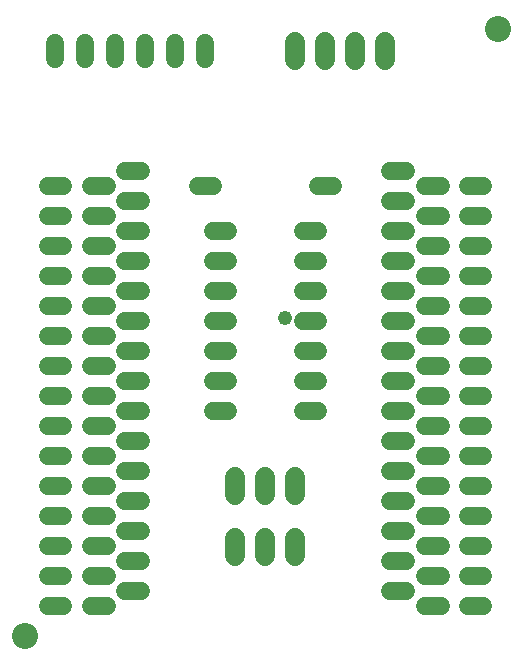
<source format=gbr>
G04 EAGLE Gerber RS-274X export*
G75*
%MOMM*%
%FSLAX34Y34*%
%LPD*%
%INSoldermask Top*%
%IPPOS*%
%AMOC8*
5,1,8,0,0,1.08239X$1,22.5*%
G01*
%ADD10C,2.203200*%
%ADD11C,1.524000*%
%ADD12C,1.727200*%
%ADD13C,1.219200*%


D10*
X577850Y628650D03*
X177800Y114300D03*
D11*
X486696Y152200D02*
X499904Y152200D01*
X499904Y177600D02*
X486696Y177600D01*
X486696Y203000D02*
X499904Y203000D01*
X499904Y228400D02*
X486696Y228400D01*
X486696Y253800D02*
X499904Y253800D01*
X499904Y279200D02*
X486696Y279200D01*
X486696Y304600D02*
X499904Y304600D01*
X499904Y330000D02*
X486696Y330000D01*
X486696Y355400D02*
X499904Y355400D01*
X499904Y380800D02*
X486696Y380800D01*
X486696Y406200D02*
X499904Y406200D01*
X499904Y431600D02*
X486696Y431600D01*
X486696Y457000D02*
X499904Y457000D01*
X499904Y482400D02*
X486696Y482400D01*
X486696Y507800D02*
X499904Y507800D01*
X275304Y152200D02*
X262096Y152200D01*
X262096Y177600D02*
X275304Y177600D01*
X275304Y203000D02*
X262096Y203000D01*
X262096Y228400D02*
X275304Y228400D01*
X275304Y253800D02*
X262096Y253800D01*
X262096Y279200D02*
X275304Y279200D01*
X275304Y304600D02*
X262096Y304600D01*
X262096Y330000D02*
X275304Y330000D01*
X275304Y355400D02*
X262096Y355400D01*
X262096Y380800D02*
X275304Y380800D01*
X275304Y406200D02*
X262096Y406200D01*
X262096Y431600D02*
X275304Y431600D01*
X275304Y457000D02*
X262096Y457000D01*
X262096Y482400D02*
X275304Y482400D01*
X275304Y507800D02*
X262096Y507800D01*
D12*
X482600Y601980D02*
X482600Y617220D01*
X457200Y617220D02*
X457200Y601980D01*
X431800Y601980D02*
X431800Y617220D01*
X406400Y617220D02*
X406400Y601980D01*
D11*
X552196Y139700D02*
X565404Y139700D01*
X565404Y165100D02*
X552196Y165100D01*
X552196Y190500D02*
X565404Y190500D01*
X565404Y215900D02*
X552196Y215900D01*
X552196Y241300D02*
X565404Y241300D01*
X565404Y266700D02*
X552196Y266700D01*
X552196Y292100D02*
X565404Y292100D01*
X565404Y317500D02*
X552196Y317500D01*
X552196Y342900D02*
X565404Y342900D01*
X565404Y368300D02*
X552196Y368300D01*
X552196Y393700D02*
X565404Y393700D01*
X565404Y419100D02*
X552196Y419100D01*
X552196Y444500D02*
X565404Y444500D01*
X565404Y469900D02*
X552196Y469900D01*
X552196Y495300D02*
X565404Y495300D01*
X209804Y139700D02*
X196596Y139700D01*
X196596Y165100D02*
X209804Y165100D01*
X209804Y190500D02*
X196596Y190500D01*
X196596Y215900D02*
X209804Y215900D01*
X209804Y241300D02*
X196596Y241300D01*
X196596Y266700D02*
X209804Y266700D01*
X209804Y292100D02*
X196596Y292100D01*
X196596Y317500D02*
X209804Y317500D01*
X209804Y342900D02*
X196596Y342900D01*
X196596Y368300D02*
X209804Y368300D01*
X209804Y393700D02*
X196596Y393700D01*
X196596Y419100D02*
X209804Y419100D01*
X209804Y444500D02*
X196596Y444500D01*
X196596Y469900D02*
X209804Y469900D01*
X209804Y495300D02*
X196596Y495300D01*
X516096Y139700D02*
X529304Y139700D01*
X529304Y165100D02*
X516096Y165100D01*
X516096Y190500D02*
X529304Y190500D01*
X529304Y215900D02*
X516096Y215900D01*
X516096Y241300D02*
X529304Y241300D01*
X529304Y266700D02*
X516096Y266700D01*
X516096Y292100D02*
X529304Y292100D01*
X529304Y317500D02*
X516096Y317500D01*
X516096Y342900D02*
X529304Y342900D01*
X529304Y368300D02*
X516096Y368300D01*
X516096Y393700D02*
X529304Y393700D01*
X529304Y419100D02*
X516096Y419100D01*
X516096Y444500D02*
X529304Y444500D01*
X529304Y469900D02*
X516096Y469900D01*
X516096Y495300D02*
X529304Y495300D01*
X246604Y139700D02*
X233396Y139700D01*
X233396Y165100D02*
X246604Y165100D01*
X246604Y190500D02*
X233396Y190500D01*
X233396Y215900D02*
X246604Y215900D01*
X246604Y241300D02*
X233396Y241300D01*
X233396Y266700D02*
X246604Y266700D01*
X246604Y292100D02*
X233396Y292100D01*
X233396Y317500D02*
X246604Y317500D01*
X246604Y342900D02*
X233396Y342900D01*
X233396Y368300D02*
X246604Y368300D01*
X246604Y393700D02*
X233396Y393700D01*
X233396Y419100D02*
X246604Y419100D01*
X246604Y444500D02*
X233396Y444500D01*
X233396Y469900D02*
X246604Y469900D01*
X246604Y495300D02*
X233396Y495300D01*
D12*
X406400Y197720D02*
X406400Y182480D01*
X381000Y182480D02*
X381000Y197720D01*
X355600Y197720D02*
X355600Y182480D01*
X406400Y233680D02*
X406400Y248920D01*
X381000Y248920D02*
X381000Y233680D01*
X355600Y233680D02*
X355600Y248920D01*
D11*
X425196Y495300D02*
X438404Y495300D01*
X336804Y495300D02*
X323596Y495300D01*
X203200Y602996D02*
X203200Y616204D01*
X228600Y616204D02*
X228600Y602996D01*
X254000Y602996D02*
X254000Y616204D01*
X279400Y616204D02*
X279400Y602996D01*
X304800Y602996D02*
X304800Y616204D01*
X330200Y616204D02*
X330200Y602996D01*
X412496Y304800D02*
X425704Y304800D01*
X425704Y330200D02*
X412496Y330200D01*
X412496Y457200D02*
X425704Y457200D01*
X349504Y457200D02*
X336296Y457200D01*
X412496Y355600D02*
X425704Y355600D01*
X425704Y381000D02*
X412496Y381000D01*
X412496Y431800D02*
X425704Y431800D01*
X425704Y406400D02*
X412496Y406400D01*
X349504Y431800D02*
X336296Y431800D01*
X336296Y406400D02*
X349504Y406400D01*
X349504Y381000D02*
X336296Y381000D01*
X336296Y355600D02*
X349504Y355600D01*
X349504Y330200D02*
X336296Y330200D01*
X336296Y304800D02*
X349504Y304800D01*
D13*
X397764Y384048D03*
M02*

</source>
